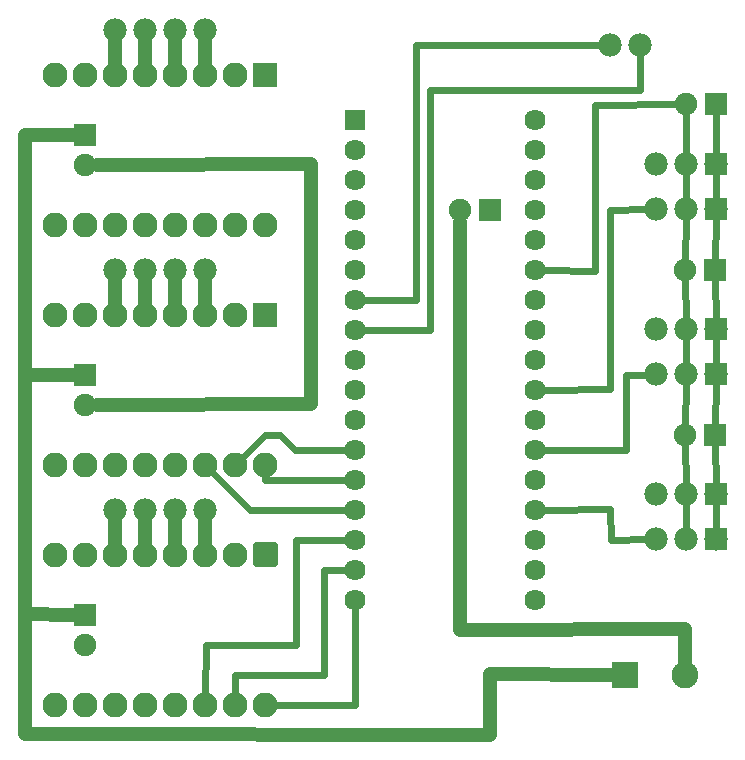
<source format=gtl>
G04 MADE WITH FRITZING*
G04 WWW.FRITZING.ORG*
G04 DOUBLE SIDED*
G04 HOLES PLATED*
G04 CONTOUR ON CENTER OF CONTOUR VECTOR*
%ASAXBY*%
%FSLAX23Y23*%
%MOIN*%
%OFA0B0*%
%SFA1.0B1.0*%
%ADD10C,0.075000*%
%ADD11C,0.083307*%
%ADD12C,0.089213*%
%ADD13C,0.078000*%
%ADD14C,0.070555*%
%ADD15C,0.070583*%
%ADD16R,0.075000X0.075000*%
%ADD17R,0.083307X0.083307*%
%ADD18R,0.089213X0.089213*%
%ADD19R,0.070570X0.070542*%
%ADD20R,0.078000X0.078000*%
%ADD21C,0.024000*%
%ADD22C,0.048000*%
%ADD23C,0.020000*%
%LNCOPPER1*%
G90*
G70*
G54D10*
X1719Y2002D03*
X1619Y2002D03*
X369Y652D03*
X369Y552D03*
X369Y1452D03*
X369Y1352D03*
X369Y2252D03*
X369Y2152D03*
X2469Y1252D03*
X2369Y1252D03*
X2469Y1802D03*
X2369Y1802D03*
X2471Y2354D03*
X2371Y2354D03*
G54D11*
X969Y852D03*
X969Y352D03*
X869Y852D03*
X869Y352D03*
X769Y852D03*
X769Y352D03*
X669Y852D03*
X669Y352D03*
X569Y852D03*
X569Y352D03*
X469Y852D03*
X469Y352D03*
X369Y852D03*
X369Y352D03*
X269Y852D03*
X269Y352D03*
X969Y1652D03*
X969Y1152D03*
X869Y1652D03*
X869Y1152D03*
X769Y1652D03*
X769Y1152D03*
X669Y1652D03*
X669Y1152D03*
X569Y1652D03*
X569Y1152D03*
X469Y1652D03*
X469Y1152D03*
X369Y1652D03*
X369Y1152D03*
X269Y1652D03*
X269Y1152D03*
X969Y2452D03*
X969Y1952D03*
X869Y2452D03*
X869Y1952D03*
X769Y2452D03*
X769Y1952D03*
X669Y2452D03*
X669Y1952D03*
X569Y2452D03*
X569Y1952D03*
X469Y2452D03*
X469Y1952D03*
X369Y2452D03*
X369Y1952D03*
X269Y2452D03*
X269Y1952D03*
G54D12*
X2169Y452D03*
X2369Y452D03*
G54D13*
X2219Y2552D03*
X2119Y2552D03*
G54D14*
X1269Y2302D03*
X1269Y2202D03*
X1269Y2102D03*
X1269Y2002D03*
X1269Y1902D03*
X1269Y1802D03*
X1269Y1702D03*
X1269Y1602D03*
X1269Y1502D03*
G54D15*
X1269Y1402D03*
X1269Y1302D03*
X1269Y1202D03*
G54D14*
X1269Y1102D03*
X1269Y1002D03*
G54D15*
X1269Y902D03*
X1269Y802D03*
X1269Y702D03*
G54D14*
X1869Y2302D03*
X1869Y2202D03*
X1869Y2102D03*
X1869Y2002D03*
X1869Y1902D03*
X1869Y1802D03*
X1869Y1502D03*
G54D15*
X1869Y1402D03*
G54D14*
X1869Y1602D03*
X1869Y1702D03*
G54D15*
X1869Y1302D03*
X1869Y1202D03*
G54D14*
X1869Y1102D03*
X1869Y1002D03*
G54D15*
X1869Y902D03*
X1869Y802D03*
X1869Y702D03*
G54D13*
X2471Y1454D03*
X2371Y1454D03*
X2271Y1454D03*
X2471Y904D03*
X2371Y904D03*
X2271Y904D03*
X2471Y1054D03*
X2371Y1054D03*
X2271Y1054D03*
X2471Y1604D03*
X2371Y1604D03*
X2271Y1604D03*
X2471Y2004D03*
X2371Y2004D03*
X2271Y2004D03*
X2471Y2154D03*
X2371Y2154D03*
X2271Y2154D03*
X769Y2602D03*
X669Y2602D03*
X569Y2602D03*
X469Y2602D03*
X769Y1802D03*
X669Y1802D03*
X569Y1802D03*
X469Y1802D03*
X769Y1002D03*
X669Y1002D03*
X569Y1002D03*
X469Y1002D03*
G54D16*
X1719Y2002D03*
X369Y652D03*
X369Y1452D03*
X369Y2252D03*
X2469Y1252D03*
X2469Y1802D03*
X2471Y2354D03*
G54D17*
X969Y1652D03*
X969Y2452D03*
G54D18*
X2169Y452D03*
G54D19*
X1269Y2302D03*
G54D20*
X2471Y1454D03*
X2471Y904D03*
X2471Y1054D03*
X2471Y1604D03*
X2471Y2004D03*
X2471Y2154D03*
G54D21*
X2120Y1004D02*
X1899Y1003D01*
D02*
X2122Y903D02*
X2120Y1004D01*
D02*
X2171Y1202D02*
X2171Y1451D01*
D02*
X2171Y1451D02*
X2241Y1453D01*
D02*
X2119Y2003D02*
X2120Y1404D01*
D02*
X2120Y1404D02*
X1899Y1403D01*
D02*
X2241Y904D02*
X2122Y903D01*
D02*
X1899Y1202D02*
X2171Y1202D01*
D02*
X2241Y2004D02*
X2119Y2003D01*
D02*
X2371Y1024D02*
X2371Y934D01*
D02*
X2370Y1224D02*
X2371Y1084D01*
D02*
X2371Y2325D02*
X2371Y2184D01*
D02*
X2471Y2184D02*
X2471Y2325D01*
D02*
X2069Y1800D02*
X1899Y1802D01*
D02*
X2069Y2353D02*
X2069Y1800D01*
D02*
X2342Y2354D02*
X2069Y2353D01*
D02*
X2471Y1974D02*
X2470Y1831D01*
D02*
X2371Y2124D02*
X2371Y2034D01*
D02*
X2371Y1974D02*
X2370Y1831D01*
D02*
X2370Y1774D02*
X2371Y1634D01*
D02*
X2371Y1574D02*
X2371Y1484D01*
D02*
X2371Y1424D02*
X2370Y1281D01*
D02*
X2471Y1424D02*
X2470Y1281D01*
D02*
X2471Y1024D02*
X2471Y934D01*
D02*
X2470Y1224D02*
X2471Y1084D01*
D02*
X2471Y1484D02*
X2471Y1574D01*
D02*
X2471Y1634D02*
X2470Y1774D01*
D02*
X2471Y2124D02*
X2471Y2034D01*
G54D22*
D02*
X1719Y253D02*
X169Y254D01*
D02*
X169Y1451D02*
X169Y2251D01*
D02*
X169Y2251D02*
X330Y2252D01*
D02*
X330Y1452D02*
X169Y1451D01*
D02*
X169Y1451D02*
X330Y1452D01*
D02*
X169Y654D02*
X169Y1451D01*
D02*
X330Y653D02*
X169Y654D01*
D02*
X169Y654D02*
X330Y653D01*
D02*
X169Y254D02*
X169Y654D01*
D02*
X1719Y454D02*
X1719Y253D01*
D02*
X2123Y453D02*
X1719Y454D01*
G54D21*
D02*
X1071Y553D02*
X771Y553D01*
D02*
X1071Y903D02*
X1071Y553D01*
D02*
X771Y553D02*
X770Y385D01*
D02*
X1240Y902D02*
X1071Y903D01*
D02*
X1167Y452D02*
X868Y452D01*
D02*
X1167Y802D02*
X1167Y452D01*
D02*
X868Y452D02*
X869Y385D01*
D02*
X1240Y802D02*
X1167Y802D01*
D02*
X1269Y351D02*
X1002Y352D01*
D02*
X1269Y673D02*
X1269Y351D01*
D02*
X1070Y1202D02*
X1019Y1252D01*
D02*
X1019Y1252D02*
X968Y1252D01*
D02*
X968Y1252D02*
X892Y1176D01*
D02*
X1240Y1202D02*
X1070Y1202D01*
D02*
X970Y1102D02*
X970Y1120D01*
D02*
X1240Y1102D02*
X970Y1102D01*
D02*
X920Y1002D02*
X792Y1129D01*
D02*
X1240Y1002D02*
X920Y1002D01*
G54D22*
D02*
X1620Y602D02*
X1619Y1963D01*
D02*
X2369Y604D02*
X1620Y602D01*
D02*
X2369Y499D02*
X2369Y604D01*
G54D21*
D02*
X1471Y1701D02*
X1299Y1702D01*
D02*
X1471Y2553D02*
X1471Y1701D01*
D02*
X2089Y2552D02*
X1471Y2553D01*
D02*
X1518Y1602D02*
X1518Y2403D01*
D02*
X1518Y2403D02*
X2220Y2403D01*
D02*
X2220Y2403D02*
X2219Y2522D01*
D02*
X1299Y1602D02*
X1518Y1602D01*
G54D22*
D02*
X669Y1761D02*
X669Y1696D01*
D02*
X769Y1761D02*
X769Y1696D01*
D02*
X769Y961D02*
X769Y896D01*
D02*
X669Y961D02*
X669Y896D01*
D02*
X569Y961D02*
X569Y896D01*
D02*
X469Y961D02*
X469Y896D01*
D02*
X1121Y1354D02*
X409Y1352D01*
D02*
X1121Y2155D02*
X1121Y1354D01*
D02*
X409Y2153D02*
X1121Y2155D01*
D02*
X469Y2561D02*
X469Y2496D01*
D02*
X569Y2561D02*
X569Y2496D01*
D02*
X669Y2561D02*
X669Y2496D01*
D02*
X769Y2561D02*
X769Y2496D01*
D02*
X469Y1761D02*
X469Y1696D01*
D02*
X569Y1761D02*
X569Y1696D01*
G54D23*
X1001Y821D02*
X938Y821D01*
X938Y884D01*
X1001Y884D01*
X1001Y821D01*
D02*
G04 End of Copper1*
M02*
</source>
